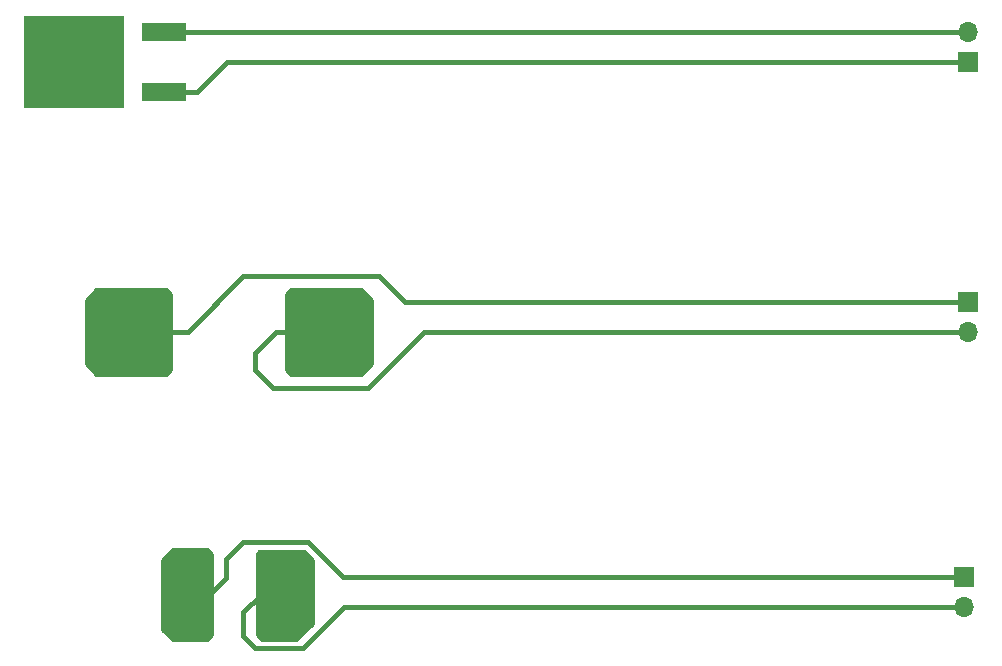
<source format=gbr>
G04 #@! TF.GenerationSoftware,KiCad,Pcbnew,5.0.2-bee76a0~70~ubuntu16.04.1*
G04 #@! TF.CreationDate,2018-12-03T21:57:15-05:00*
G04 #@! TF.ProjectId,BMS_balancing_test,424d535f-6261-46c6-916e-63696e675f74,rev?*
G04 #@! TF.SameCoordinates,Original*
G04 #@! TF.FileFunction,Copper,L1,Top*
G04 #@! TF.FilePolarity,Positive*
%FSLAX46Y46*%
G04 Gerber Fmt 4.6, Leading zero omitted, Abs format (unit mm)*
G04 Created by KiCad (PCBNEW 5.0.2-bee76a0~70~ubuntu16.04.1) date Mon 03 Dec 2018 09:57:15 PM EST*
%MOMM*%
%LPD*%
G01*
G04 APERTURE LIST*
G04 #@! TA.AperFunction,SMDPad,CuDef*
%ADD10R,1.000000X3.200000*%
G04 #@! TD*
G04 #@! TA.AperFunction,ComponentPad*
%ADD11O,1.700000X1.700000*%
G04 #@! TD*
G04 #@! TA.AperFunction,ComponentPad*
%ADD12R,1.700000X1.700000*%
G04 #@! TD*
G04 #@! TA.AperFunction,SMDPad,CuDef*
%ADD13R,4.500000X3.400000*%
G04 #@! TD*
G04 #@! TA.AperFunction,SMDPad,CuDef*
%ADD14R,3.810000X1.650000*%
G04 #@! TD*
G04 #@! TA.AperFunction,SMDPad,CuDef*
%ADD15R,8.510000X7.870000*%
G04 #@! TD*
G04 #@! TA.AperFunction,ViaPad*
%ADD16C,0.800000*%
G04 #@! TD*
G04 #@! TA.AperFunction,Conductor*
%ADD17C,0.381000*%
G04 #@! TD*
G04 #@! TA.AperFunction,Conductor*
%ADD18C,0.254000*%
G04 #@! TD*
G04 APERTURE END LIST*
D10*
G04 #@! TO.P,R1,2*
G04 #@! TO.N,Net-(J1-Pad2)*
X90870369Y-101013552D03*
G04 #@! TO.P,R1,1*
G04 #@! TO.N,Net-(J1-Pad1)*
X84670369Y-101013552D03*
G04 #@! TD*
D11*
G04 #@! TO.P,J1,2*
G04 #@! TO.N,Net-(J1-Pad2)*
X149500000Y-102000000D03*
D12*
G04 #@! TO.P,J1,1*
G04 #@! TO.N,Net-(J1-Pad1)*
X149500000Y-99460000D03*
G04 #@! TD*
D11*
G04 #@! TO.P,J2,2*
G04 #@! TO.N,Net-(J2-Pad2)*
X149860000Y-78740000D03*
D12*
G04 #@! TO.P,J2,1*
G04 #@! TO.N,Net-(J2-Pad1)*
X149860000Y-76200000D03*
G04 #@! TD*
D11*
G04 #@! TO.P,J3,2*
G04 #@! TO.N,Net-(J3-Pad2)*
X149860000Y-53340000D03*
D12*
G04 #@! TO.P,J3,1*
G04 #@! TO.N,Net-(J3-Pad1)*
X149860000Y-55880000D03*
G04 #@! TD*
D13*
G04 #@! TO.P,R2,2*
G04 #@! TO.N,Net-(J2-Pad2)*
X94990000Y-78740000D03*
G04 #@! TO.P,R2,1*
G04 #@! TO.N,Net-(J2-Pad1)*
X79490000Y-78740000D03*
G04 #@! TD*
D14*
G04 #@! TO.P,R3,1*
G04 #@! TO.N,Net-(J3-Pad1)*
X81785000Y-58420000D03*
G04 #@! TO.P,R3,2*
G04 #@! TO.N,Net-(J3-Pad2)*
X81785000Y-53340000D03*
D15*
G04 #@! TO.P,R3,EP*
G04 #@! TO.N,Net-(R3-PadEP)*
X74160000Y-55880000D03*
G04 #@! TD*
D16*
G04 #@! TO.N,Net-(J1-Pad1)*
X85230369Y-104188552D03*
X83960369Y-104188552D03*
X82690369Y-103553552D03*
X82690369Y-102283552D03*
X82690369Y-101013552D03*
X82690369Y-99743552D03*
X82690369Y-98473552D03*
X83960369Y-97838552D03*
X85230369Y-97838552D03*
G04 #@! TO.N,Net-(J1-Pad2)*
X90310369Y-104188552D03*
X91580369Y-104188552D03*
X92850369Y-103553552D03*
X92850369Y-102283552D03*
X92850369Y-101013552D03*
X92850369Y-99743552D03*
X92850369Y-98473552D03*
X91580369Y-97838552D03*
X90310369Y-97838552D03*
G04 #@! TO.N,Net-(J2-Pad2)*
X94000000Y-76000000D03*
X96000000Y-76000000D03*
X98000000Y-76000000D03*
X98000000Y-77500000D03*
X98000000Y-79500000D03*
X98000000Y-81500000D03*
X96000000Y-81500000D03*
X94000000Y-81500000D03*
G04 #@! TO.N,Net-(J2-Pad1)*
X80500000Y-76000000D03*
X78500000Y-76000000D03*
X76500000Y-76000000D03*
X76500000Y-77470000D03*
X76500000Y-79500000D03*
X76500000Y-81500000D03*
X78500000Y-81500000D03*
X80500000Y-81500000D03*
G04 #@! TO.N,Net-(R3-PadEP)*
X71620000Y-53340000D03*
X74160000Y-53340000D03*
X76700000Y-53340000D03*
X76700000Y-55880000D03*
X74160000Y-55880000D03*
X71620000Y-55880000D03*
X71620000Y-58420000D03*
X74160000Y-58420000D03*
X76700000Y-58420000D03*
X75500000Y-57000000D03*
X73000000Y-57000000D03*
X73000000Y-54500000D03*
X75500000Y-54500000D03*
G04 #@! TD*
D17*
G04 #@! TO.N,Net-(J1-Pad1)*
X96960000Y-99460000D02*
X149500000Y-99460000D01*
X94000000Y-96500000D02*
X96960000Y-99460000D01*
X88500000Y-96500000D02*
X94000000Y-96500000D01*
X84670369Y-101013552D02*
X85551369Y-101013552D01*
X85551369Y-101013552D02*
X87000000Y-99564921D01*
X87000000Y-99564921D02*
X87000000Y-98000000D01*
X87000000Y-98000000D02*
X88500000Y-96500000D01*
G04 #@! TO.N,Net-(J1-Pad2)*
X93500000Y-105500000D02*
X97000000Y-102000000D01*
X89500000Y-105500000D02*
X93500000Y-105500000D01*
X97000000Y-102000000D02*
X149500000Y-102000000D01*
X90870369Y-101013552D02*
X89989369Y-101013552D01*
X89989369Y-101013552D02*
X88500000Y-102502921D01*
X88500000Y-102502921D02*
X88500000Y-104500000D01*
X88500000Y-104500000D02*
X89500000Y-105500000D01*
G04 #@! TO.N,Net-(J2-Pad2)*
X108000000Y-78740000D02*
X149860000Y-78740000D01*
X103760000Y-78740000D02*
X108000000Y-78740000D01*
X91000000Y-83500000D02*
X99000000Y-83500000D01*
X94990000Y-78740000D02*
X91260000Y-78740000D01*
X91260000Y-78740000D02*
X89500000Y-80500000D01*
X89500000Y-82000000D02*
X91000000Y-83500000D01*
X99000000Y-83500000D02*
X103760000Y-78740000D01*
X89500000Y-80500000D02*
X89500000Y-82000000D01*
G04 #@! TO.N,Net-(J2-Pad1)*
X83760000Y-78740000D02*
X79490000Y-78740000D01*
X149860000Y-76200000D02*
X102200000Y-76200000D01*
X88500000Y-74000000D02*
X83760000Y-78740000D01*
X102200000Y-76200000D02*
X100000000Y-74000000D01*
X100000000Y-74000000D02*
X88500000Y-74000000D01*
G04 #@! TO.N,Net-(J3-Pad1)*
X84580000Y-58420000D02*
X81785000Y-58420000D01*
X87120000Y-55880000D02*
X84580000Y-58420000D01*
X149860000Y-55880000D02*
X87120000Y-55880000D01*
G04 #@! TO.N,Net-(J3-Pad2)*
X84071000Y-53340000D02*
X149860000Y-53340000D01*
X81785000Y-53340000D02*
X84071000Y-53340000D01*
G04 #@! TD*
D18*
G04 #@! TO.N,Net-(J2-Pad2)*
G36*
X99373000Y-76052606D02*
X99373000Y-81447394D01*
X98447394Y-82373000D01*
X92552606Y-82373000D01*
X92127000Y-81947394D01*
X92127000Y-75552606D01*
X92552606Y-75127000D01*
X98447394Y-75127000D01*
X99373000Y-76052606D01*
X99373000Y-76052606D01*
G37*
X99373000Y-76052606D02*
X99373000Y-81447394D01*
X98447394Y-82373000D01*
X92552606Y-82373000D01*
X92127000Y-81947394D01*
X92127000Y-75552606D01*
X92552606Y-75127000D01*
X98447394Y-75127000D01*
X99373000Y-76052606D01*
G04 #@! TO.N,Net-(J2-Pad1)*
G36*
X82373000Y-75552606D02*
X82373000Y-81947394D01*
X81947394Y-82373000D01*
X76052606Y-82373000D01*
X75127000Y-81447394D01*
X75127000Y-76052606D01*
X76052606Y-75127000D01*
X81947394Y-75127000D01*
X82373000Y-75552606D01*
X82373000Y-75552606D01*
G37*
X82373000Y-75552606D02*
X82373000Y-81947394D01*
X81947394Y-82373000D01*
X76052606Y-82373000D01*
X75127000Y-81447394D01*
X75127000Y-76052606D01*
X76052606Y-75127000D01*
X81947394Y-75127000D01*
X82373000Y-75552606D01*
G04 #@! TO.N,Net-(J1-Pad2)*
G36*
X94373000Y-98052606D02*
X94373000Y-103447394D01*
X92947394Y-104873000D01*
X90052606Y-104873000D01*
X89627000Y-104447394D01*
X89627000Y-97552606D01*
X89854106Y-97325500D01*
X93645894Y-97325500D01*
X94373000Y-98052606D01*
X94373000Y-98052606D01*
G37*
X94373000Y-98052606D02*
X94373000Y-103447394D01*
X92947394Y-104873000D01*
X90052606Y-104873000D01*
X89627000Y-104447394D01*
X89627000Y-97552606D01*
X89854106Y-97325500D01*
X93645894Y-97325500D01*
X94373000Y-98052606D01*
G04 #@! TO.N,Net-(J1-Pad1)*
G36*
X85873000Y-97552606D02*
X85873000Y-104447394D01*
X85447394Y-104873000D01*
X82552606Y-104873000D01*
X81627000Y-103947394D01*
X81627000Y-98052606D01*
X82552606Y-97127000D01*
X85447394Y-97127000D01*
X85873000Y-97552606D01*
X85873000Y-97552606D01*
G37*
X85873000Y-97552606D02*
X85873000Y-104447394D01*
X85447394Y-104873000D01*
X82552606Y-104873000D01*
X81627000Y-103947394D01*
X81627000Y-98052606D01*
X82552606Y-97127000D01*
X85447394Y-97127000D01*
X85873000Y-97552606D01*
G04 #@! TD*
M02*

</source>
